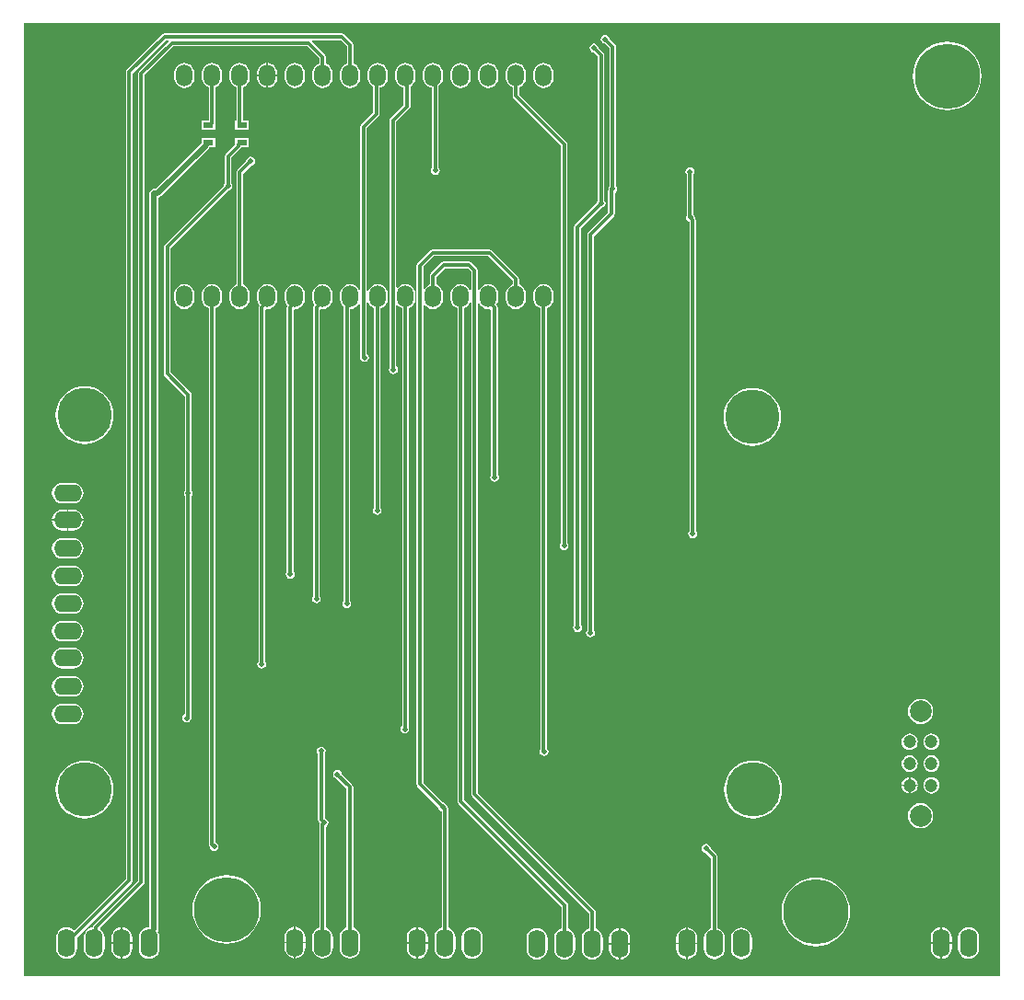
<source format=gbl>
G04*
G04 #@! TF.GenerationSoftware,Altium Limited,Altium Designer,21.0.9 (235)*
G04*
G04 Layer_Physical_Order=2*
G04 Layer_Color=16711680*
%FSLAX44Y44*%
%MOMM*%
G71*
G04*
G04 #@! TF.SameCoordinates,736B1018-3895-43CE-9238-027F92C9441B*
G04*
G04*
G04 #@! TF.FilePolarity,Positive*
G04*
G01*
G75*
%ADD10C,0.3000*%
%ADD16R,0.9500X0.6000*%
%ADD45C,6.0000*%
%ADD46C,0.5000*%
%ADD47O,1.5000X2.0000*%
%ADD48O,2.6000X1.6000*%
%ADD49C,1.2000*%
%ADD50C,2.0000*%
%ADD51O,1.6000X2.6000*%
%ADD52C,0.5000*%
%ADD53C,5.0000*%
G36*
X898441Y878441D02*
X898441Y1558D01*
X1558Y1558D01*
X1558Y878441D01*
X898441Y878441D01*
D02*
G37*
%LPC*%
G36*
X225550Y842129D02*
Y831400D01*
X233878D01*
Y833150D01*
X233568Y835499D01*
X232661Y837689D01*
X231219Y839569D01*
X229339Y841012D01*
X227150Y841918D01*
X225550Y842129D01*
D02*
G37*
G36*
X224050Y842129D02*
X222451Y841918D01*
X220261Y841012D01*
X218381Y839569D01*
X216939Y837689D01*
X216032Y835499D01*
X215722Y833150D01*
Y831400D01*
X224050D01*
Y842129D01*
D02*
G37*
G36*
X233878Y829900D02*
X225550D01*
Y819171D01*
X227150Y819382D01*
X229339Y820288D01*
X231219Y821731D01*
X232661Y823611D01*
X233568Y825800D01*
X233878Y828150D01*
Y829900D01*
D02*
G37*
G36*
X224050D02*
X215722D01*
Y828150D01*
X216032Y825800D01*
X216939Y823611D01*
X218381Y821731D01*
X220261Y820288D01*
X222451Y819382D01*
X224050Y819171D01*
Y829900D01*
D02*
G37*
G36*
X478800Y842228D02*
X476451Y841918D01*
X474261Y841012D01*
X472381Y839569D01*
X470939Y837689D01*
X470032Y835499D01*
X469722Y833150D01*
Y828150D01*
X470032Y825800D01*
X470939Y823611D01*
X472381Y821731D01*
X474261Y820288D01*
X476451Y819382D01*
X478800Y819072D01*
X481149Y819382D01*
X483339Y820288D01*
X485219Y821731D01*
X486661Y823611D01*
X487568Y825800D01*
X487878Y828150D01*
Y833150D01*
X487568Y835499D01*
X486661Y837689D01*
X485219Y839569D01*
X483339Y841012D01*
X481149Y841918D01*
X478800Y842228D01*
D02*
G37*
G36*
X428000D02*
X425650Y841918D01*
X423461Y841012D01*
X421581Y839569D01*
X420139Y837689D01*
X419232Y835499D01*
X418922Y833150D01*
Y828150D01*
X419232Y825800D01*
X420139Y823611D01*
X421581Y821731D01*
X423461Y820288D01*
X425650Y819382D01*
X428000Y819072D01*
X430350Y819382D01*
X432539Y820288D01*
X434419Y821731D01*
X435862Y823611D01*
X436768Y825800D01*
X437078Y828150D01*
Y833150D01*
X436768Y835499D01*
X435862Y837689D01*
X434419Y839569D01*
X432539Y841012D01*
X430350Y841918D01*
X428000Y842228D01*
D02*
G37*
G36*
X402600D02*
X400251Y841918D01*
X398061Y841012D01*
X396181Y839569D01*
X394739Y837689D01*
X393832Y835499D01*
X393522Y833150D01*
Y828150D01*
X393832Y825800D01*
X394739Y823611D01*
X396181Y821731D01*
X398061Y820288D01*
X400251Y819382D01*
X402600Y819072D01*
X404949Y819382D01*
X407139Y820288D01*
X409019Y821731D01*
X410462Y823611D01*
X411368Y825800D01*
X411678Y828150D01*
Y833150D01*
X411368Y835499D01*
X410462Y837689D01*
X409019Y839569D01*
X407139Y841012D01*
X404949Y841918D01*
X402600Y842228D01*
D02*
G37*
G36*
X293624Y869199D02*
X293624Y869199D01*
X130302D01*
X129131Y868966D01*
X128139Y868303D01*
X128139Y868303D01*
X95881Y836045D01*
X95218Y835052D01*
X94985Y833882D01*
X94985Y833882D01*
Y90959D01*
X47760Y43734D01*
X47127Y43776D01*
X45143Y45298D01*
X42832Y46255D01*
X40352Y46582D01*
X37872Y46255D01*
X35561Y45298D01*
X33577Y43776D01*
X32054Y41791D01*
X31097Y39480D01*
X30770Y37000D01*
Y27000D01*
X31097Y24520D01*
X32054Y22209D01*
X33577Y20224D01*
X35561Y18702D01*
X37872Y17744D01*
X40352Y17418D01*
X42832Y17744D01*
X45143Y18702D01*
X47127Y20224D01*
X48650Y22209D01*
X49608Y24520D01*
X49934Y27000D01*
Y37000D01*
X49900Y37256D01*
X50002Y37325D01*
X100207Y87529D01*
X100870Y88521D01*
X101103Y89692D01*
Y832615D01*
X131569Y863081D01*
X133821D01*
X134347Y861811D01*
X106803Y834267D01*
X106140Y833275D01*
X105907Y832104D01*
X105907Y832104D01*
Y89599D01*
X65369Y49061D01*
X64706Y48068D01*
X64473Y46898D01*
X63473Y46282D01*
X63272Y46255D01*
X60961Y45298D01*
X58977Y43776D01*
X57454Y41791D01*
X56497Y39480D01*
X56170Y37000D01*
Y27000D01*
X56497Y24520D01*
X57454Y22209D01*
X58977Y20224D01*
X60961Y18702D01*
X63272Y17744D01*
X65752Y17418D01*
X68232Y17744D01*
X70543Y18702D01*
X72527Y20224D01*
X74050Y22209D01*
X75008Y24520D01*
X75334Y27000D01*
Y37000D01*
X75008Y39480D01*
X74050Y41791D01*
X72527Y43776D01*
X71353Y44677D01*
X71258Y46298D01*
X111129Y86169D01*
X111129Y86169D01*
X111792Y87162D01*
X112025Y88332D01*
X112025Y88332D01*
Y830837D01*
X138427Y857239D01*
X261887D01*
X272541Y846585D01*
Y841625D01*
X271061Y841012D01*
X269181Y839569D01*
X267739Y837689D01*
X266832Y835499D01*
X266522Y833150D01*
Y828150D01*
X266832Y825800D01*
X267739Y823611D01*
X269181Y821731D01*
X271061Y820288D01*
X273251Y819382D01*
X275600Y819072D01*
X277950Y819382D01*
X280139Y820288D01*
X282019Y821731D01*
X283461Y823611D01*
X284368Y825800D01*
X284678Y828150D01*
Y833150D01*
X284368Y835499D01*
X283461Y837689D01*
X282019Y839569D01*
X280139Y841012D01*
X278659Y841625D01*
Y847852D01*
X278659Y847852D01*
X278426Y849023D01*
X277763Y850015D01*
X277763Y850015D01*
X265966Y861811D01*
X266493Y863081D01*
X292357D01*
X297941Y857497D01*
Y841625D01*
X296461Y841012D01*
X294581Y839569D01*
X293139Y837689D01*
X292232Y835499D01*
X291922Y833150D01*
Y828150D01*
X292232Y825800D01*
X293139Y823611D01*
X294581Y821731D01*
X296461Y820288D01*
X298650Y819382D01*
X301000Y819072D01*
X303349Y819382D01*
X305539Y820288D01*
X307419Y821731D01*
X308862Y823611D01*
X309768Y825800D01*
X310078Y828150D01*
Y833150D01*
X309768Y835499D01*
X308862Y837689D01*
X307419Y839569D01*
X305539Y841012D01*
X304059Y841625D01*
Y858764D01*
X303826Y859934D01*
X303163Y860927D01*
X295787Y868303D01*
X294795Y868966D01*
X293624Y869199D01*
D02*
G37*
G36*
X250200Y842228D02*
X247850Y841918D01*
X245661Y841012D01*
X243781Y839569D01*
X242339Y837689D01*
X241432Y835499D01*
X241122Y833150D01*
Y828150D01*
X241432Y825800D01*
X242339Y823611D01*
X243781Y821731D01*
X245661Y820288D01*
X247850Y819382D01*
X250200Y819072D01*
X252549Y819382D01*
X254739Y820288D01*
X256619Y821731D01*
X258062Y823611D01*
X258968Y825800D01*
X259278Y828150D01*
Y833150D01*
X258968Y835499D01*
X258062Y837689D01*
X256619Y839569D01*
X254739Y841012D01*
X252549Y841918D01*
X250200Y842228D01*
D02*
G37*
G36*
X148600D02*
X146250Y841918D01*
X144061Y841012D01*
X142181Y839569D01*
X140739Y837689D01*
X139832Y835499D01*
X139522Y833150D01*
Y828150D01*
X139832Y825800D01*
X140739Y823611D01*
X142181Y821731D01*
X144061Y820288D01*
X146250Y819382D01*
X148600Y819072D01*
X150949Y819382D01*
X153139Y820288D01*
X155019Y821731D01*
X156461Y823611D01*
X157368Y825800D01*
X157678Y828150D01*
Y833150D01*
X157368Y835499D01*
X156461Y837689D01*
X155019Y839569D01*
X153139Y841012D01*
X150949Y841918D01*
X148600Y842228D01*
D02*
G37*
G36*
X850000Y861597D02*
X845057Y861208D01*
X840236Y860051D01*
X835655Y858154D01*
X831428Y855563D01*
X827657Y852343D01*
X824437Y848572D01*
X821846Y844345D01*
X819949Y839764D01*
X818792Y834943D01*
X818403Y830000D01*
X818792Y825057D01*
X819949Y820236D01*
X821846Y815655D01*
X824437Y811428D01*
X827657Y807657D01*
X831428Y804437D01*
X835655Y801846D01*
X840236Y799949D01*
X845057Y798792D01*
X850000Y798403D01*
X854943Y798792D01*
X859764Y799949D01*
X864345Y801846D01*
X868572Y804437D01*
X872343Y807657D01*
X875563Y811428D01*
X878154Y815655D01*
X880051Y820236D01*
X881208Y825057D01*
X881597Y830000D01*
X881208Y834943D01*
X880051Y839764D01*
X878154Y844345D01*
X875563Y848572D01*
X872343Y852343D01*
X868572Y855563D01*
X864345Y858154D01*
X859764Y860051D01*
X854943Y861208D01*
X850000Y861597D01*
D02*
G37*
G36*
X199400Y842228D02*
X197050Y841918D01*
X194861Y841012D01*
X192981Y839569D01*
X191539Y837689D01*
X190632Y835499D01*
X190322Y833150D01*
Y828150D01*
X190632Y825800D01*
X191539Y823611D01*
X192981Y821731D01*
X194861Y820288D01*
X196341Y819676D01*
Y789232D01*
X195257D01*
Y780232D01*
X207757D01*
Y789232D01*
X202459D01*
Y819676D01*
X203939Y820288D01*
X205819Y821731D01*
X207262Y823611D01*
X208168Y825800D01*
X208478Y828150D01*
Y833150D01*
X208168Y835499D01*
X207262Y837689D01*
X205819Y839569D01*
X203939Y841012D01*
X201749Y841918D01*
X199400Y842228D01*
D02*
G37*
G36*
X174000D02*
X171651Y841918D01*
X169461Y841012D01*
X167581Y839569D01*
X166139Y837689D01*
X165232Y835499D01*
X164922Y833150D01*
Y828150D01*
X165232Y825800D01*
X166139Y823611D01*
X167581Y821731D01*
X169461Y820288D01*
X170941Y819676D01*
Y789232D01*
X164438D01*
Y780232D01*
X176938D01*
Y785937D01*
X176997Y786232D01*
Y787732D01*
X177059Y788044D01*
Y819676D01*
X178539Y820288D01*
X180419Y821731D01*
X181861Y823611D01*
X182768Y825800D01*
X183078Y828150D01*
Y833150D01*
X182768Y835499D01*
X181861Y837689D01*
X180419Y839569D01*
X178539Y841012D01*
X176350Y841918D01*
X174000Y842228D01*
D02*
G37*
G36*
X377200D02*
X374851Y841918D01*
X372661Y841012D01*
X370781Y839569D01*
X369339Y837689D01*
X368432Y835499D01*
X368122Y833150D01*
Y828150D01*
X368432Y825800D01*
X369339Y823611D01*
X370781Y821731D01*
X372661Y820288D01*
X374851Y819382D01*
X376417Y819175D01*
Y745572D01*
X375708Y744511D01*
X375398Y742950D01*
X375708Y741389D01*
X376592Y740066D01*
X377915Y739182D01*
X379476Y738872D01*
X381037Y739182D01*
X382360Y740066D01*
X383244Y741389D01*
X383554Y742950D01*
X383244Y744511D01*
X382535Y745572D01*
Y820899D01*
X383619Y821731D01*
X385061Y823611D01*
X385968Y825800D01*
X386278Y828150D01*
Y833150D01*
X385968Y835499D01*
X385061Y837689D01*
X383619Y839569D01*
X381739Y841012D01*
X379549Y841918D01*
X377200Y842228D01*
D02*
G37*
G36*
X326400D02*
X324050Y841918D01*
X321861Y841012D01*
X319981Y839569D01*
X318539Y837689D01*
X317632Y835499D01*
X317322Y833150D01*
Y828150D01*
X317632Y825800D01*
X318539Y823611D01*
X319981Y821731D01*
X321861Y820288D01*
X322061Y820206D01*
Y796287D01*
X311273Y785499D01*
X310610Y784507D01*
X310377Y783336D01*
X310377Y783336D01*
Y633848D01*
X309107Y633596D01*
X308862Y634189D01*
X307419Y636069D01*
X305539Y637511D01*
X303349Y638418D01*
X301000Y638728D01*
X298650Y638418D01*
X296461Y637511D01*
X294581Y636069D01*
X293139Y634189D01*
X292232Y632000D01*
X291922Y629650D01*
Y624650D01*
X292232Y622300D01*
X293139Y620111D01*
X294581Y618231D01*
X295074Y617853D01*
X294883Y616893D01*
X294883Y616893D01*
Y346792D01*
X294174Y345731D01*
X293864Y344170D01*
X294174Y342609D01*
X295058Y341286D01*
X296381Y340402D01*
X297942Y340092D01*
X299503Y340402D01*
X300826Y341286D01*
X301710Y342609D01*
X302020Y344170D01*
X301710Y345731D01*
X301001Y346792D01*
Y615573D01*
X303349Y615882D01*
X305539Y616788D01*
X307419Y618231D01*
X308862Y620111D01*
X309107Y620704D01*
X310377Y620452D01*
Y572452D01*
X310092Y571019D01*
X310403Y569459D01*
X311287Y568135D01*
X312610Y567252D01*
X314171Y566941D01*
X315731Y567252D01*
X317055Y568135D01*
X317938Y569459D01*
X318249Y571019D01*
X317938Y572580D01*
X317055Y573903D01*
X316495Y574277D01*
Y621727D01*
X317765Y621979D01*
X318539Y620111D01*
X319981Y618231D01*
X321861Y616788D01*
X322823Y616390D01*
Y432898D01*
X322114Y431837D01*
X321804Y430276D01*
X322114Y428715D01*
X322998Y427392D01*
X324321Y426508D01*
X325882Y426198D01*
X327443Y426508D01*
X328766Y427392D01*
X329650Y428715D01*
X329960Y430276D01*
X329650Y431837D01*
X328941Y432898D01*
Y615961D01*
X330939Y616788D01*
X332819Y618231D01*
X334262Y620111D01*
X335168Y622300D01*
X335478Y624650D01*
Y629650D01*
X335168Y632000D01*
X334262Y634189D01*
X332819Y636069D01*
X330939Y637511D01*
X328750Y638418D01*
X326400Y638728D01*
X324050Y638418D01*
X321861Y637511D01*
X319981Y636069D01*
X318539Y634189D01*
X317765Y632321D01*
X316495Y632573D01*
Y782069D01*
X327283Y792857D01*
X327283Y792857D01*
X327946Y793849D01*
X328179Y795020D01*
Y819306D01*
X328750Y819382D01*
X330939Y820288D01*
X332819Y821731D01*
X334262Y823611D01*
X335168Y825800D01*
X335478Y828150D01*
Y833150D01*
X335168Y835499D01*
X334262Y837689D01*
X332819Y839569D01*
X330939Y841012D01*
X328750Y841918D01*
X326400Y842228D01*
D02*
G37*
G36*
X429260Y670317D02*
X429260Y670317D01*
X376936D01*
X375765Y670084D01*
X374773Y669421D01*
X374773Y669421D01*
X363089Y657737D01*
X362426Y656745D01*
X362193Y655574D01*
X362193Y655574D01*
Y178308D01*
X362193Y178308D01*
X362426Y177138D01*
X363089Y176145D01*
X382317Y156917D01*
X382566Y155665D01*
X383450Y154342D01*
X384773Y153458D01*
X385191Y153375D01*
Y46266D01*
X383459Y45548D01*
X381474Y44026D01*
X379952Y42041D01*
X378994Y39730D01*
X378668Y37250D01*
Y27250D01*
X378994Y24770D01*
X379952Y22459D01*
X381474Y20475D01*
X383459Y18952D01*
X385770Y17995D01*
X388250Y17668D01*
X390730Y17995D01*
X393041Y18952D01*
X395025Y20475D01*
X396548Y22459D01*
X397505Y24770D01*
X397832Y27250D01*
Y37250D01*
X397505Y39730D01*
X396548Y42041D01*
X395025Y44026D01*
X393041Y45548D01*
X391309Y46266D01*
Y155584D01*
X391076Y156755D01*
X390413Y157747D01*
X390293Y157827D01*
X390102Y158787D01*
X389218Y160110D01*
X387895Y160994D01*
X386643Y161243D01*
X368311Y179575D01*
Y619413D01*
X369581Y619795D01*
X370781Y618231D01*
X372661Y616788D01*
X374851Y615882D01*
X377200Y615572D01*
X379549Y615882D01*
X381739Y616788D01*
X383619Y618231D01*
X385061Y620111D01*
X385968Y622300D01*
X386278Y624650D01*
Y629650D01*
X385968Y632000D01*
X385061Y634189D01*
X383619Y636069D01*
X381739Y637511D01*
X380259Y638125D01*
Y644919D01*
X388363Y653023D01*
X409197D01*
X412231Y649989D01*
Y633235D01*
X410961Y632982D01*
X410462Y634189D01*
X409019Y636069D01*
X407139Y637511D01*
X404949Y638418D01*
X402600Y638728D01*
X400251Y638418D01*
X398061Y637511D01*
X396181Y636069D01*
X394739Y634189D01*
X393832Y632000D01*
X393522Y629650D01*
Y624650D01*
X393832Y622300D01*
X394739Y620111D01*
X396181Y618231D01*
X398061Y616788D01*
X399541Y616175D01*
Y162550D01*
X399541Y162550D01*
X399774Y161380D01*
X400437Y160387D01*
X495291Y65533D01*
Y45516D01*
X493559Y44798D01*
X491575Y43275D01*
X490052Y41291D01*
X489095Y38980D01*
X488768Y36500D01*
Y26500D01*
X489095Y24020D01*
X490052Y21709D01*
X491575Y19725D01*
X493559Y18202D01*
X495870Y17244D01*
X498350Y16918D01*
X500830Y17244D01*
X503141Y18202D01*
X505125Y19725D01*
X506648Y21709D01*
X507605Y24020D01*
X507932Y26500D01*
Y36500D01*
X507605Y38980D01*
X506648Y41291D01*
X505125Y43275D01*
X503141Y44798D01*
X501409Y45516D01*
Y66800D01*
X501176Y67971D01*
X500513Y68963D01*
X500513Y68963D01*
X405659Y163817D01*
Y616175D01*
X407139Y616788D01*
X409019Y618231D01*
X410462Y620111D01*
X410961Y621318D01*
X412231Y621065D01*
Y169194D01*
X412231Y169194D01*
X412464Y168023D01*
X413127Y167031D01*
X520691Y59467D01*
Y45516D01*
X518959Y44798D01*
X516974Y43275D01*
X515452Y41291D01*
X514495Y38980D01*
X514168Y36500D01*
Y26500D01*
X514495Y24020D01*
X515452Y21709D01*
X516974Y19725D01*
X518959Y18202D01*
X521270Y17244D01*
X523750Y16918D01*
X526230Y17244D01*
X528541Y18202D01*
X530525Y19725D01*
X532048Y21709D01*
X533005Y24020D01*
X533332Y26500D01*
Y36500D01*
X533005Y38980D01*
X532048Y41291D01*
X530525Y43275D01*
X528541Y44798D01*
X526809Y45516D01*
Y60734D01*
X526576Y61905D01*
X525913Y62897D01*
X525913Y62897D01*
X418349Y170461D01*
Y621113D01*
X419619Y621366D01*
X420139Y620111D01*
X421581Y618231D01*
X423461Y616788D01*
X425650Y615882D01*
X428000Y615572D01*
X429567Y615779D01*
X430741Y614799D01*
X430773Y614708D01*
Y463124D01*
X430064Y462063D01*
X429754Y460502D01*
X430064Y458941D01*
X430948Y457618D01*
X432271Y456734D01*
X433832Y456424D01*
X435393Y456734D01*
X436716Y457618D01*
X437600Y458941D01*
X437910Y460502D01*
X437600Y462063D01*
X436891Y463124D01*
Y616893D01*
X436891Y616893D01*
X436658Y618063D01*
X435995Y619055D01*
X435461Y619589D01*
X435862Y620111D01*
X436768Y622300D01*
X437078Y624650D01*
Y629650D01*
X436768Y632000D01*
X435862Y634189D01*
X434419Y636069D01*
X432539Y637511D01*
X430350Y638418D01*
X428000Y638728D01*
X425650Y638418D01*
X423461Y637511D01*
X421581Y636069D01*
X420139Y634189D01*
X419619Y632934D01*
X418349Y633187D01*
Y651256D01*
X418349Y651256D01*
X418116Y652427D01*
X417453Y653419D01*
X417453Y653419D01*
X412627Y658245D01*
X411634Y658908D01*
X410464Y659141D01*
X410464Y659141D01*
X387096D01*
X385925Y658908D01*
X384933Y658245D01*
X375037Y648349D01*
X374374Y647356D01*
X374141Y646186D01*
X374141Y646186D01*
Y638125D01*
X372661Y637511D01*
X370781Y636069D01*
X369581Y634505D01*
X368311Y634887D01*
Y654307D01*
X378203Y664199D01*
X427993D01*
X450341Y641851D01*
Y638125D01*
X448861Y637511D01*
X446981Y636069D01*
X445539Y634189D01*
X444632Y632000D01*
X444322Y629650D01*
Y624650D01*
X444632Y622300D01*
X445539Y620111D01*
X446981Y618231D01*
X448861Y616788D01*
X451050Y615882D01*
X453400Y615572D01*
X455750Y615882D01*
X457939Y616788D01*
X459819Y618231D01*
X461261Y620111D01*
X462168Y622300D01*
X462478Y624650D01*
Y629650D01*
X462168Y632000D01*
X461261Y634189D01*
X459819Y636069D01*
X457939Y637511D01*
X456459Y638125D01*
Y643118D01*
X456226Y644288D01*
X455563Y645281D01*
X431423Y669421D01*
X430430Y670084D01*
X429260Y670317D01*
D02*
G37*
G36*
X275600Y638728D02*
X273251Y638418D01*
X271061Y637511D01*
X269181Y636069D01*
X267739Y634189D01*
X266832Y632000D01*
X266522Y629650D01*
Y624650D01*
X266832Y622300D01*
X267739Y620111D01*
X268241Y619457D01*
X267839Y619055D01*
X267176Y618063D01*
X266943Y616893D01*
X266943Y616893D01*
Y351618D01*
X266234Y350557D01*
X265924Y348996D01*
X266234Y347435D01*
X267118Y346112D01*
X268441Y345228D01*
X270002Y344918D01*
X271563Y345228D01*
X272886Y346112D01*
X273770Y347435D01*
X274080Y348996D01*
X273770Y350557D01*
X273061Y351618D01*
Y614663D01*
X274281Y615746D01*
X275600Y615572D01*
X277950Y615882D01*
X280139Y616788D01*
X282019Y618231D01*
X283461Y620111D01*
X284368Y622300D01*
X284678Y624650D01*
Y629650D01*
X284368Y632000D01*
X283461Y634189D01*
X282019Y636069D01*
X280139Y637511D01*
X277950Y638418D01*
X275600Y638728D01*
D02*
G37*
G36*
X250200D02*
X247850Y638418D01*
X245661Y637511D01*
X243781Y636069D01*
X242339Y634189D01*
X241432Y632000D01*
X241122Y629650D01*
Y624650D01*
X241432Y622300D01*
X242339Y620111D01*
X243383Y618750D01*
X243046Y618245D01*
X242813Y617075D01*
X242813Y617075D01*
Y373970D01*
X242104Y372909D01*
X241794Y371348D01*
X242104Y369787D01*
X242988Y368464D01*
X244311Y367580D01*
X245872Y367270D01*
X247433Y367580D01*
X248756Y368464D01*
X249640Y369787D01*
X249950Y371348D01*
X249640Y372909D01*
X248931Y373970D01*
Y614776D01*
X249886Y615614D01*
X250200Y615572D01*
X252549Y615882D01*
X254739Y616788D01*
X256619Y618231D01*
X258062Y620111D01*
X258968Y622300D01*
X259278Y624650D01*
Y629650D01*
X258968Y632000D01*
X258062Y634189D01*
X256619Y636069D01*
X254739Y637511D01*
X252549Y638418D01*
X250200Y638728D01*
D02*
G37*
G36*
X224800D02*
X222451Y638418D01*
X220261Y637511D01*
X218381Y636069D01*
X216939Y634189D01*
X216032Y632000D01*
X215722Y629650D01*
Y624650D01*
X216032Y622300D01*
X216939Y620111D01*
X217661Y619170D01*
X217547Y619055D01*
X216884Y618063D01*
X216651Y616893D01*
X216651Y616893D01*
Y291420D01*
X215942Y290359D01*
X215632Y288798D01*
X215942Y287237D01*
X216826Y285914D01*
X218149Y285030D01*
X219710Y284720D01*
X221271Y285030D01*
X222594Y285914D01*
X223478Y287237D01*
X223788Y288798D01*
X223478Y290359D01*
X222769Y291420D01*
Y614569D01*
X224018Y615675D01*
X224800Y615572D01*
X227150Y615882D01*
X229339Y616788D01*
X231219Y618231D01*
X232661Y620111D01*
X233568Y622300D01*
X233878Y624650D01*
Y629650D01*
X233568Y632000D01*
X232661Y634189D01*
X231219Y636069D01*
X229339Y637511D01*
X227150Y638418D01*
X224800Y638728D01*
D02*
G37*
G36*
X209550Y755664D02*
X207989Y755354D01*
X206666Y754470D01*
X205782Y753147D01*
X205533Y751895D01*
X197237Y743599D01*
X196574Y742607D01*
X196341Y741436D01*
X196341Y741436D01*
Y638125D01*
X194861Y637511D01*
X192981Y636069D01*
X191539Y634189D01*
X190632Y632000D01*
X190322Y629650D01*
Y624650D01*
X190632Y622300D01*
X191539Y620111D01*
X192981Y618231D01*
X194861Y616788D01*
X197050Y615882D01*
X199400Y615572D01*
X201749Y615882D01*
X203939Y616788D01*
X205819Y618231D01*
X207262Y620111D01*
X208168Y622300D01*
X208478Y624650D01*
Y629650D01*
X208168Y632000D01*
X207262Y634189D01*
X205819Y636069D01*
X203939Y637511D01*
X202459Y638125D01*
Y740169D01*
X209859Y747569D01*
X211111Y747818D01*
X212434Y748702D01*
X213318Y750025D01*
X213628Y751586D01*
X213318Y753147D01*
X212434Y754470D01*
X211111Y755354D01*
X209550Y755664D01*
D02*
G37*
G36*
X148600Y638728D02*
X146250Y638418D01*
X144061Y637511D01*
X142181Y636069D01*
X140739Y634189D01*
X139832Y632000D01*
X139522Y629650D01*
Y624650D01*
X139832Y622300D01*
X140739Y620111D01*
X142181Y618231D01*
X144061Y616788D01*
X146250Y615882D01*
X148600Y615572D01*
X150949Y615882D01*
X153139Y616788D01*
X155019Y618231D01*
X156461Y620111D01*
X157368Y622300D01*
X157678Y624650D01*
Y629650D01*
X157368Y632000D01*
X156461Y634189D01*
X155019Y636069D01*
X153139Y637511D01*
X150949Y638418D01*
X148600Y638728D01*
D02*
G37*
G36*
X56902Y544460D02*
X52744Y544133D01*
X48688Y543159D01*
X44834Y541563D01*
X41277Y539383D01*
X38106Y536674D01*
X35397Y533503D01*
X33217Y529946D01*
X31621Y526092D01*
X30647Y522036D01*
X30320Y517878D01*
X30647Y513720D01*
X31621Y509664D01*
X33217Y505810D01*
X35397Y502253D01*
X38106Y499082D01*
X41277Y496373D01*
X44834Y494193D01*
X48688Y492597D01*
X52744Y491623D01*
X56902Y491296D01*
X61060Y491623D01*
X65116Y492597D01*
X68970Y494193D01*
X72526Y496373D01*
X75698Y499082D01*
X78407Y502253D01*
X80587Y505810D01*
X82183Y509664D01*
X83157Y513720D01*
X83484Y517878D01*
X83157Y522036D01*
X82183Y526092D01*
X80587Y529946D01*
X78407Y533503D01*
X75698Y536674D01*
X72526Y539383D01*
X68970Y541563D01*
X65116Y543159D01*
X61060Y544133D01*
X56902Y544460D01*
D02*
G37*
G36*
X670902Y542860D02*
X666744Y542533D01*
X662688Y541559D01*
X658834Y539963D01*
X655277Y537783D01*
X652106Y535074D01*
X649397Y531903D01*
X647217Y528346D01*
X645621Y524492D01*
X644647Y520436D01*
X644320Y516278D01*
X644647Y512120D01*
X645621Y508064D01*
X647217Y504210D01*
X649397Y500653D01*
X652106Y497482D01*
X655277Y494773D01*
X658834Y492593D01*
X662688Y490997D01*
X666744Y490023D01*
X670902Y489696D01*
X675060Y490023D01*
X679116Y490997D01*
X682970Y492593D01*
X686526Y494773D01*
X689698Y497482D01*
X692407Y500653D01*
X694587Y504210D01*
X696183Y508064D01*
X697157Y512120D01*
X697484Y516278D01*
X697157Y520436D01*
X696183Y524492D01*
X694587Y528346D01*
X692407Y531903D01*
X689698Y535074D01*
X686526Y537783D01*
X682970Y539963D01*
X679116Y541559D01*
X675060Y542533D01*
X670902Y542860D01*
D02*
G37*
G36*
X46402Y455860D02*
X36402D01*
X33922Y455533D01*
X31611Y454576D01*
X29627Y453053D01*
X28104Y451069D01*
X27146Y448758D01*
X26820Y446278D01*
X27146Y443798D01*
X28104Y441487D01*
X29627Y439502D01*
X31611Y437980D01*
X33922Y437023D01*
X36402Y436696D01*
X46402D01*
X48882Y437023D01*
X51193Y437980D01*
X53177Y439502D01*
X54700Y441487D01*
X55658Y443798D01*
X55984Y446278D01*
X55658Y448758D01*
X54700Y451069D01*
X53177Y453053D01*
X51193Y454576D01*
X48882Y455533D01*
X46402Y455860D01*
D02*
G37*
G36*
Y430860D02*
X42152D01*
Y422028D01*
X55885D01*
X55658Y423758D01*
X54700Y426069D01*
X53177Y428053D01*
X51193Y429576D01*
X48882Y430533D01*
X46402Y430860D01*
D02*
G37*
G36*
X40652D02*
X36402D01*
X33922Y430533D01*
X31611Y429576D01*
X29627Y428053D01*
X28104Y426069D01*
X27146Y423758D01*
X26919Y422028D01*
X40652D01*
Y430860D01*
D02*
G37*
G36*
X55885Y420528D02*
X42152D01*
Y411696D01*
X46402D01*
X48882Y412023D01*
X51193Y412980D01*
X53177Y414502D01*
X54700Y416487D01*
X55658Y418798D01*
X55885Y420528D01*
D02*
G37*
G36*
X40652D02*
X26919D01*
X27146Y418798D01*
X28104Y416487D01*
X29627Y414502D01*
X31611Y412980D01*
X33922Y412023D01*
X36402Y411696D01*
X40652D01*
Y420528D01*
D02*
G37*
G36*
X613410Y746012D02*
X611849Y745702D01*
X610526Y744818D01*
X609642Y743495D01*
X609332Y741934D01*
X609642Y740373D01*
X610351Y739312D01*
Y701692D01*
X610360Y701646D01*
X610150Y701331D01*
X609840Y699770D01*
X610150Y698209D01*
X611034Y696886D01*
X612357Y696002D01*
X612891Y695896D01*
Y411308D01*
X612182Y410247D01*
X611872Y408686D01*
X612182Y407125D01*
X613066Y405802D01*
X614389Y404918D01*
X615950Y404608D01*
X617511Y404918D01*
X618834Y405802D01*
X619718Y407125D01*
X620028Y408686D01*
X619718Y410247D01*
X619009Y411308D01*
Y697197D01*
X618776Y698367D01*
X618113Y699360D01*
X617948Y699525D01*
X617996Y699770D01*
X617686Y701331D01*
X616802Y702654D01*
X616469Y702876D01*
Y739312D01*
X617178Y740373D01*
X617488Y741934D01*
X617178Y743495D01*
X616294Y744818D01*
X614971Y745702D01*
X613410Y746012D01*
D02*
G37*
G36*
X453400Y842228D02*
X451050Y841918D01*
X448861Y841012D01*
X446981Y839569D01*
X445539Y837689D01*
X444632Y835499D01*
X444322Y833150D01*
Y828150D01*
X444632Y825800D01*
X445539Y823611D01*
X446981Y821731D01*
X448861Y820288D01*
X450341Y819676D01*
Y811774D01*
X450341Y811774D01*
X450574Y810603D01*
X451237Y809611D01*
X494781Y766067D01*
Y400386D01*
X494072Y399325D01*
X493762Y397764D01*
X494072Y396203D01*
X494956Y394880D01*
X496279Y393996D01*
X497840Y393686D01*
X499401Y393996D01*
X500724Y394880D01*
X501608Y396203D01*
X501918Y397764D01*
X501608Y399325D01*
X500899Y400386D01*
Y767334D01*
X500899Y767334D01*
X500666Y768504D01*
X500003Y769497D01*
X500003Y769497D01*
X456459Y813041D01*
Y819676D01*
X457939Y820288D01*
X459819Y821731D01*
X461261Y823611D01*
X462168Y825800D01*
X462478Y828150D01*
Y833150D01*
X462168Y835499D01*
X461261Y837689D01*
X459819Y839569D01*
X457939Y841012D01*
X455750Y841918D01*
X453400Y842228D01*
D02*
G37*
G36*
X46402Y405060D02*
X36402D01*
X33922Y404734D01*
X31611Y403776D01*
X29627Y402253D01*
X28104Y400269D01*
X27146Y397958D01*
X26820Y395478D01*
X27146Y392998D01*
X28104Y390687D01*
X29627Y388703D01*
X31611Y387180D01*
X33922Y386222D01*
X36402Y385896D01*
X46402D01*
X48882Y386222D01*
X51193Y387180D01*
X53177Y388703D01*
X54700Y390687D01*
X55658Y392998D01*
X55984Y395478D01*
X55658Y397958D01*
X54700Y400269D01*
X53177Y402253D01*
X51193Y403776D01*
X48882Y404734D01*
X46402Y405060D01*
D02*
G37*
G36*
Y379660D02*
X36402D01*
X33922Y379333D01*
X31611Y378376D01*
X29627Y376853D01*
X28104Y374869D01*
X27146Y372558D01*
X26820Y370078D01*
X27146Y367598D01*
X28104Y365287D01*
X29627Y363303D01*
X31611Y361780D01*
X33922Y360822D01*
X36402Y360496D01*
X46402D01*
X48882Y360822D01*
X51193Y361780D01*
X53177Y363303D01*
X54700Y365287D01*
X55658Y367598D01*
X55984Y370078D01*
X55658Y372558D01*
X54700Y374869D01*
X53177Y376853D01*
X51193Y378376D01*
X48882Y379333D01*
X46402Y379660D01*
D02*
G37*
G36*
Y354260D02*
X36402D01*
X33922Y353933D01*
X31611Y352976D01*
X29627Y351453D01*
X28104Y349469D01*
X27146Y347158D01*
X26820Y344678D01*
X27146Y342198D01*
X28104Y339887D01*
X29627Y337903D01*
X31611Y336380D01*
X33922Y335423D01*
X36402Y335096D01*
X46402D01*
X48882Y335423D01*
X51193Y336380D01*
X53177Y337903D01*
X54700Y339887D01*
X55658Y342198D01*
X55984Y344678D01*
X55658Y347158D01*
X54700Y349469D01*
X53177Y351453D01*
X51193Y352976D01*
X48882Y353933D01*
X46402Y354260D01*
D02*
G37*
G36*
X525258Y859828D02*
X523698Y859518D01*
X522375Y858634D01*
X521491Y857311D01*
X521180Y855750D01*
X521491Y854189D01*
X522375Y852866D01*
X523698Y851982D01*
X524950Y851733D01*
X528759Y847924D01*
Y715600D01*
X528050Y714539D01*
X527801Y713287D01*
X507869Y693355D01*
X507206Y692363D01*
X506973Y691192D01*
X506973Y691192D01*
Y324948D01*
X506264Y323887D01*
X505954Y322326D01*
X506264Y320765D01*
X507148Y319442D01*
X508471Y318558D01*
X510032Y318248D01*
X511593Y318558D01*
X512916Y319442D01*
X513800Y320765D01*
X514110Y322326D01*
X513800Y323887D01*
X513091Y324948D01*
Y689925D01*
X532127Y708961D01*
X533379Y709210D01*
X534702Y710094D01*
X535586Y711417D01*
X535896Y712978D01*
X535586Y714539D01*
X534877Y715600D01*
Y849191D01*
X534877Y849191D01*
X534644Y850361D01*
X533981Y851354D01*
X533981Y851354D01*
X529275Y856059D01*
X529026Y857311D01*
X528142Y858634D01*
X526819Y859518D01*
X525258Y859828D01*
D02*
G37*
G36*
X535432Y867932D02*
X533871Y867622D01*
X532548Y866738D01*
X531664Y865415D01*
X531354Y863854D01*
X531664Y862293D01*
X532548Y860970D01*
X533871Y860086D01*
X535123Y859837D01*
X539481Y855480D01*
Y728726D01*
X538771Y727665D01*
X538461Y726104D01*
X538555Y725629D01*
X538448Y725468D01*
X538215Y724298D01*
X538215Y724297D01*
Y704593D01*
X519807Y686185D01*
X519144Y685192D01*
X518911Y684022D01*
X518911Y684022D01*
Y320122D01*
X518202Y319061D01*
X517892Y317500D01*
X518202Y315939D01*
X519086Y314616D01*
X520409Y313732D01*
X521970Y313422D01*
X523531Y313732D01*
X524854Y314616D01*
X525738Y315939D01*
X526048Y317500D01*
X525738Y319061D01*
X525029Y320122D01*
Y682755D01*
X543437Y701163D01*
X543437Y701163D01*
X544100Y702156D01*
X544333Y703326D01*
Y722492D01*
X545423Y723220D01*
X546307Y724543D01*
X546618Y726104D01*
X546307Y727665D01*
X545598Y728726D01*
Y856747D01*
X545598Y856747D01*
X545365Y857917D01*
X544702Y858910D01*
X544702Y858910D01*
X539449Y864163D01*
X539200Y865415D01*
X538316Y866738D01*
X536993Y867622D01*
X535432Y867932D01*
D02*
G37*
G36*
X46402Y328860D02*
X36402D01*
X33922Y328534D01*
X31611Y327576D01*
X29627Y326053D01*
X28104Y324069D01*
X27146Y321758D01*
X26820Y319278D01*
X27146Y316798D01*
X28104Y314487D01*
X29627Y312502D01*
X31611Y310980D01*
X33922Y310023D01*
X36402Y309696D01*
X46402D01*
X48882Y310023D01*
X51193Y310980D01*
X53177Y312502D01*
X54700Y314487D01*
X55658Y316798D01*
X55984Y319278D01*
X55658Y321758D01*
X54700Y324069D01*
X53177Y326053D01*
X51193Y327576D01*
X48882Y328534D01*
X46402Y328860D01*
D02*
G37*
G36*
Y303860D02*
X36402D01*
X33922Y303533D01*
X31611Y302576D01*
X29627Y301053D01*
X28104Y299069D01*
X27146Y296758D01*
X26820Y294278D01*
X27146Y291798D01*
X28104Y289487D01*
X29627Y287502D01*
X31611Y285980D01*
X33922Y285023D01*
X36402Y284696D01*
X46402D01*
X48882Y285023D01*
X51193Y285980D01*
X53177Y287502D01*
X54700Y289487D01*
X55658Y291798D01*
X55984Y294278D01*
X55658Y296758D01*
X54700Y299069D01*
X53177Y301053D01*
X51193Y302576D01*
X48882Y303533D01*
X46402Y303860D01*
D02*
G37*
G36*
Y278060D02*
X36402D01*
X33922Y277733D01*
X31611Y276776D01*
X29627Y275254D01*
X28104Y273269D01*
X27146Y270958D01*
X26820Y268478D01*
X27146Y265998D01*
X28104Y263687D01*
X29627Y261702D01*
X31611Y260180D01*
X33922Y259223D01*
X36402Y258896D01*
X46402D01*
X48882Y259223D01*
X51193Y260180D01*
X53177Y261702D01*
X54700Y263687D01*
X55658Y265998D01*
X55984Y268478D01*
X55658Y270958D01*
X54700Y273269D01*
X53177Y275254D01*
X51193Y276776D01*
X48882Y277733D01*
X46402Y278060D01*
D02*
G37*
G36*
X207757Y773232D02*
X195257D01*
Y767528D01*
X195198Y767232D01*
X195198Y767232D01*
Y766749D01*
X186559Y758110D01*
X185896Y757117D01*
X185663Y755947D01*
X185663Y755947D01*
Y731348D01*
X184954Y730287D01*
X184705Y729035D01*
X130679Y675009D01*
X130016Y674016D01*
X129783Y672846D01*
X129783Y672846D01*
Y556006D01*
X129783Y556006D01*
X130016Y554836D01*
X130679Y553843D01*
X149087Y535435D01*
Y448900D01*
X148378Y447839D01*
X148068Y446278D01*
X148378Y444717D01*
X149087Y443656D01*
Y242697D01*
X147992Y241965D01*
X147108Y240642D01*
X146798Y239081D01*
X147108Y237520D01*
X147992Y236197D01*
X149315Y235313D01*
X150876Y235003D01*
X152437Y235313D01*
X153760Y236197D01*
X154644Y237520D01*
X154954Y239081D01*
X154943Y239137D01*
X154972Y239181D01*
X155205Y240351D01*
X155205Y240351D01*
Y443656D01*
X155914Y444717D01*
X156224Y446278D01*
X155914Y447839D01*
X155205Y448900D01*
Y536702D01*
X154972Y537873D01*
X154309Y538865D01*
X154309Y538865D01*
X135901Y557273D01*
Y671579D01*
X189031Y724709D01*
X190283Y724958D01*
X191606Y725842D01*
X192490Y727165D01*
X192800Y728726D01*
X192490Y730287D01*
X191781Y731348D01*
Y754680D01*
X200420Y763319D01*
X200420Y763319D01*
X201030Y764232D01*
X207757D01*
Y773232D01*
D02*
G37*
G36*
X825500Y256849D02*
X822498Y256454D01*
X819700Y255295D01*
X817298Y253452D01*
X815455Y251050D01*
X814296Y248252D01*
X813901Y245250D01*
X814296Y242248D01*
X815455Y239450D01*
X817298Y237048D01*
X819700Y235205D01*
X822498Y234046D01*
X825500Y233651D01*
X828502Y234046D01*
X831300Y235205D01*
X833702Y237048D01*
X835545Y239450D01*
X836704Y242248D01*
X837099Y245250D01*
X836704Y248252D01*
X835545Y251050D01*
X833702Y253452D01*
X831300Y255295D01*
X828502Y256454D01*
X825500Y256849D01*
D02*
G37*
G36*
X46402Y252660D02*
X36402D01*
X33922Y252334D01*
X31611Y251376D01*
X29627Y249853D01*
X28104Y247869D01*
X27146Y245558D01*
X26820Y243078D01*
X27146Y240598D01*
X28104Y238287D01*
X29627Y236303D01*
X31611Y234780D01*
X33922Y233822D01*
X36402Y233496D01*
X46402D01*
X48882Y233822D01*
X51193Y234780D01*
X53177Y236303D01*
X54700Y238287D01*
X55658Y240598D01*
X55984Y243078D01*
X55658Y245558D01*
X54700Y247869D01*
X53177Y249853D01*
X51193Y251376D01*
X48882Y252334D01*
X46402Y252660D01*
D02*
G37*
G36*
X351800Y842228D02*
X349450Y841918D01*
X347261Y841012D01*
X345381Y839569D01*
X343939Y837689D01*
X343032Y835499D01*
X342722Y833150D01*
Y828150D01*
X343032Y825800D01*
X343939Y823611D01*
X345381Y821731D01*
X347261Y820288D01*
X349450Y819382D01*
X350255Y819276D01*
Y803399D01*
X338197Y791341D01*
X337534Y790349D01*
X337301Y789178D01*
X337301Y789178D01*
Y561738D01*
X337301Y561738D01*
X337310Y561692D01*
X337100Y561377D01*
X336790Y559816D01*
X337100Y558255D01*
X337984Y556932D01*
X339307Y556048D01*
X340868Y555738D01*
X342429Y556048D01*
X343752Y556932D01*
X344636Y558255D01*
X344946Y559816D01*
X344636Y561377D01*
X343752Y562700D01*
X343419Y562922D01*
Y618702D01*
X344689Y619133D01*
X345381Y618231D01*
X347261Y616788D01*
X348741Y616175D01*
Y231967D01*
X348398Y231738D01*
X347514Y230415D01*
X347204Y228854D01*
X347514Y227293D01*
X348398Y225970D01*
X349721Y225086D01*
X351282Y224776D01*
X352843Y225086D01*
X354166Y225970D01*
X355050Y227293D01*
X355360Y228854D01*
X355050Y230415D01*
X354859Y230701D01*
Y616175D01*
X356339Y616788D01*
X358219Y618231D01*
X359661Y620111D01*
X360568Y622300D01*
X360878Y624650D01*
Y629650D01*
X360568Y632000D01*
X359661Y634189D01*
X358219Y636069D01*
X356339Y637511D01*
X354150Y638418D01*
X351800Y638728D01*
X349450Y638418D01*
X347261Y637511D01*
X345381Y636069D01*
X344689Y635167D01*
X343419Y635598D01*
Y787911D01*
X355477Y799969D01*
X356140Y800962D01*
X356373Y802132D01*
X356373Y802132D01*
Y820315D01*
X358219Y821731D01*
X359661Y823611D01*
X360568Y825800D01*
X360878Y828150D01*
Y833150D01*
X360568Y835499D01*
X359661Y837689D01*
X358219Y839569D01*
X356339Y841012D01*
X354150Y841918D01*
X351800Y842228D01*
D02*
G37*
G36*
X835500Y224815D02*
X833542Y224557D01*
X831718Y223801D01*
X830151Y222599D01*
X828949Y221032D01*
X828193Y219208D01*
X827935Y217250D01*
X828193Y215292D01*
X828949Y213468D01*
X830151Y211901D01*
X831718Y210699D01*
X833542Y209943D01*
X835500Y209685D01*
X837458Y209943D01*
X839282Y210699D01*
X840849Y211901D01*
X842051Y213468D01*
X842807Y215292D01*
X843065Y217250D01*
X842807Y219208D01*
X842051Y221032D01*
X840849Y222599D01*
X839282Y223801D01*
X837458Y224557D01*
X835500Y224815D01*
D02*
G37*
G36*
X815500D02*
X813542Y224557D01*
X811718Y223801D01*
X810151Y222599D01*
X808949Y221032D01*
X808193Y219208D01*
X807935Y217250D01*
X808193Y215292D01*
X808949Y213468D01*
X810151Y211901D01*
X811718Y210699D01*
X813542Y209943D01*
X815500Y209685D01*
X817458Y209943D01*
X819282Y210699D01*
X820849Y211901D01*
X822051Y213468D01*
X822807Y215292D01*
X823065Y217250D01*
X822807Y219208D01*
X822051Y221032D01*
X820849Y222599D01*
X819282Y223801D01*
X817458Y224557D01*
X815500Y224815D01*
D02*
G37*
G36*
X478800Y638728D02*
X476451Y638418D01*
X474261Y637511D01*
X472381Y636069D01*
X470939Y634189D01*
X470032Y632000D01*
X469722Y629650D01*
Y624650D01*
X470032Y622300D01*
X470939Y620111D01*
X472381Y618231D01*
X474261Y616788D01*
X475741Y616175D01*
Y210157D01*
X475530Y209841D01*
X475220Y208280D01*
X475530Y206719D01*
X476414Y205396D01*
X477737Y204512D01*
X479298Y204202D01*
X480859Y204512D01*
X482182Y205396D01*
X483066Y206719D01*
X483376Y208280D01*
X483066Y209841D01*
X482182Y211164D01*
X481859Y211380D01*
Y616175D01*
X483339Y616788D01*
X485219Y618231D01*
X486661Y620111D01*
X487568Y622300D01*
X487878Y624650D01*
Y629650D01*
X487568Y632000D01*
X486661Y634189D01*
X485219Y636069D01*
X483339Y637511D01*
X481149Y638418D01*
X478800Y638728D01*
D02*
G37*
G36*
X835500Y204815D02*
X833542Y204557D01*
X831718Y203801D01*
X830151Y202599D01*
X828949Y201032D01*
X828193Y199208D01*
X827935Y197250D01*
X828193Y195292D01*
X828949Y193468D01*
X830151Y191901D01*
X831718Y190699D01*
X833542Y189943D01*
X835500Y189685D01*
X837458Y189943D01*
X839282Y190699D01*
X840849Y191901D01*
X842051Y193468D01*
X842807Y195292D01*
X843065Y197250D01*
X842807Y199208D01*
X842051Y201032D01*
X840849Y202599D01*
X839282Y203801D01*
X837458Y204557D01*
X835500Y204815D01*
D02*
G37*
G36*
X815500D02*
X813542Y204557D01*
X811718Y203801D01*
X810151Y202599D01*
X808949Y201032D01*
X808193Y199208D01*
X807935Y197250D01*
X808193Y195292D01*
X808949Y193468D01*
X810151Y191901D01*
X811718Y190699D01*
X813542Y189943D01*
X815500Y189685D01*
X817458Y189943D01*
X819282Y190699D01*
X820849Y191901D01*
X822051Y193468D01*
X822807Y195292D01*
X823065Y197250D01*
X822807Y199208D01*
X822051Y201032D01*
X820849Y202599D01*
X819282Y203801D01*
X817458Y204557D01*
X815500Y204815D01*
D02*
G37*
G36*
X816250Y184716D02*
Y178000D01*
X822966D01*
X822807Y179208D01*
X822051Y181032D01*
X820849Y182599D01*
X819282Y183801D01*
X817458Y184557D01*
X816250Y184716D01*
D02*
G37*
G36*
X814750Y184716D02*
X813542Y184557D01*
X811718Y183801D01*
X810151Y182599D01*
X808949Y181032D01*
X808193Y179208D01*
X808034Y178000D01*
X814750D01*
Y184716D01*
D02*
G37*
G36*
Y176500D02*
X808034D01*
X808193Y175292D01*
X808949Y173468D01*
X810151Y171901D01*
X811718Y170699D01*
X813542Y169943D01*
X814750Y169784D01*
Y176500D01*
D02*
G37*
G36*
X822966D02*
X816250D01*
Y169784D01*
X817458Y169943D01*
X819282Y170699D01*
X820849Y171901D01*
X822051Y173468D01*
X822807Y175292D01*
X822966Y176500D01*
D02*
G37*
G36*
X835500Y184815D02*
X833542Y184557D01*
X831718Y183801D01*
X830151Y182599D01*
X828949Y181032D01*
X828193Y179208D01*
X827935Y177250D01*
X828193Y175292D01*
X828949Y173468D01*
X830151Y171901D01*
X831718Y170699D01*
X833542Y169943D01*
X835500Y169685D01*
X837458Y169943D01*
X839282Y170699D01*
X840849Y171901D01*
X842051Y173468D01*
X842807Y175292D01*
X843065Y177250D01*
X842807Y179208D01*
X842051Y181032D01*
X840849Y182599D01*
X839282Y183801D01*
X837458Y184557D01*
X835500Y184815D01*
D02*
G37*
G36*
X671402Y199860D02*
X667244Y199533D01*
X663188Y198559D01*
X659334Y196963D01*
X655778Y194783D01*
X652606Y192074D01*
X649897Y188902D01*
X647717Y185346D01*
X646121Y181492D01*
X645147Y177436D01*
X644820Y173278D01*
X645147Y169120D01*
X646121Y165064D01*
X647717Y161210D01*
X649897Y157654D01*
X652606Y154482D01*
X655778Y151773D01*
X659334Y149593D01*
X663188Y147997D01*
X667244Y147023D01*
X671402Y146696D01*
X675560Y147023D01*
X679616Y147997D01*
X683470Y149593D01*
X687027Y151773D01*
X690198Y154482D01*
X692907Y157654D01*
X695087Y161210D01*
X696683Y165064D01*
X697657Y169120D01*
X697984Y173278D01*
X697657Y177436D01*
X696683Y181492D01*
X695087Y185346D01*
X692907Y188902D01*
X690198Y192074D01*
X687027Y194783D01*
X683470Y196963D01*
X679616Y198559D01*
X675560Y199533D01*
X671402Y199860D01*
D02*
G37*
G36*
X56902Y199760D02*
X52744Y199433D01*
X48688Y198459D01*
X44834Y196863D01*
X41277Y194683D01*
X38106Y191974D01*
X35397Y188803D01*
X33217Y185246D01*
X31621Y181392D01*
X30647Y177336D01*
X30320Y173178D01*
X30647Y169020D01*
X31621Y164964D01*
X33217Y161110D01*
X35397Y157554D01*
X38106Y154382D01*
X41277Y151673D01*
X44834Y149493D01*
X48688Y147897D01*
X52744Y146923D01*
X56902Y146596D01*
X61060Y146923D01*
X65116Y147897D01*
X68970Y149493D01*
X72526Y151673D01*
X75698Y154382D01*
X78407Y157554D01*
X80587Y161110D01*
X82183Y164964D01*
X83157Y169020D01*
X83484Y173178D01*
X83157Y177336D01*
X82183Y181392D01*
X80587Y185246D01*
X78407Y188803D01*
X75698Y191974D01*
X72526Y194683D01*
X68970Y196863D01*
X65116Y198459D01*
X61060Y199433D01*
X56902Y199760D01*
D02*
G37*
G36*
X825500Y160849D02*
X822498Y160454D01*
X819700Y159295D01*
X817298Y157452D01*
X815455Y155050D01*
X814296Y152252D01*
X813901Y149250D01*
X814296Y146248D01*
X815455Y143450D01*
X817298Y141048D01*
X819700Y139205D01*
X822498Y138046D01*
X825500Y137651D01*
X828502Y138046D01*
X831300Y139205D01*
X833702Y141048D01*
X835545Y143450D01*
X836704Y146248D01*
X837099Y149250D01*
X836704Y152252D01*
X835545Y155050D01*
X833702Y157452D01*
X831300Y159295D01*
X828502Y160454D01*
X825500Y160849D01*
D02*
G37*
G36*
X174000Y638728D02*
X171651Y638418D01*
X169461Y637511D01*
X167581Y636069D01*
X166139Y634189D01*
X165232Y632000D01*
X164922Y629650D01*
Y624650D01*
X165232Y622300D01*
X166139Y620111D01*
X167581Y618231D01*
X169461Y616788D01*
X170941Y616175D01*
Y122672D01*
X170941Y122672D01*
X171174Y121502D01*
X171837Y120509D01*
X172005Y120341D01*
X172254Y119089D01*
X173138Y117766D01*
X174461Y116882D01*
X176022Y116572D01*
X177583Y116882D01*
X178906Y117766D01*
X179790Y119089D01*
X180100Y120650D01*
X179790Y122211D01*
X178906Y123534D01*
X177583Y124418D01*
X177059Y124522D01*
Y616175D01*
X178539Y616788D01*
X180419Y618231D01*
X181861Y620111D01*
X182768Y622300D01*
X183078Y624650D01*
Y629650D01*
X182768Y632000D01*
X181861Y634189D01*
X180419Y636069D01*
X178539Y637511D01*
X176350Y638418D01*
X174000Y638728D01*
D02*
G37*
G36*
X251127Y46983D02*
Y33250D01*
X259959D01*
Y37500D01*
X259633Y39980D01*
X258675Y42291D01*
X257153Y44275D01*
X255168Y45798D01*
X252857Y46755D01*
X251127Y46983D01*
D02*
G37*
G36*
X249627D02*
X247897Y46755D01*
X245586Y45798D01*
X243602Y44275D01*
X242079Y42291D01*
X241122Y39980D01*
X240795Y37500D01*
Y33250D01*
X249627D01*
Y46983D01*
D02*
G37*
G36*
X363600Y46733D02*
Y33000D01*
X372432D01*
Y37250D01*
X372105Y39730D01*
X371148Y42041D01*
X369625Y44026D01*
X367641Y45548D01*
X365330Y46505D01*
X363600Y46733D01*
D02*
G37*
G36*
X362100D02*
X360370Y46505D01*
X358059Y45548D01*
X356074Y44026D01*
X354552Y42041D01*
X353595Y39730D01*
X353268Y37250D01*
Y33000D01*
X362100D01*
Y46733D01*
D02*
G37*
G36*
X845400D02*
Y33000D01*
X854232D01*
Y37250D01*
X853905Y39730D01*
X852948Y42041D01*
X851425Y44026D01*
X849441Y45548D01*
X847130Y46505D01*
X845400Y46733D01*
D02*
G37*
G36*
X843900Y46733D02*
X842170Y46505D01*
X839859Y45548D01*
X837875Y44026D01*
X836352Y42041D01*
X835395Y39730D01*
X835068Y37250D01*
Y33000D01*
X843900D01*
Y46733D01*
D02*
G37*
G36*
X91902Y46483D02*
Y32750D01*
X100734D01*
Y37000D01*
X100407Y39480D01*
X99450Y41791D01*
X97928Y43776D01*
X95943Y45298D01*
X93632Y46255D01*
X91902Y46483D01*
D02*
G37*
G36*
X90402D02*
X88672Y46255D01*
X86361Y45298D01*
X84377Y43776D01*
X82854Y41791D01*
X81897Y39480D01*
X81570Y37000D01*
Y32750D01*
X90402D01*
Y46483D01*
D02*
G37*
G36*
X611250Y46233D02*
Y32500D01*
X620082D01*
Y36750D01*
X619755Y39230D01*
X618798Y41541D01*
X617275Y43526D01*
X615291Y45048D01*
X612980Y46006D01*
X611250Y46233D01*
D02*
G37*
G36*
X609750D02*
X608020Y46006D01*
X605709Y45048D01*
X603725Y43526D01*
X602202Y41541D01*
X601245Y39230D01*
X600918Y36750D01*
Y32500D01*
X609750D01*
Y46233D01*
D02*
G37*
G36*
X549500Y45983D02*
Y32250D01*
X558332D01*
Y36500D01*
X558005Y38980D01*
X557048Y41291D01*
X555525Y43275D01*
X553541Y44798D01*
X551230Y45756D01*
X549500Y45983D01*
D02*
G37*
G36*
X548000D02*
X546270Y45756D01*
X543959Y44798D01*
X541974Y43275D01*
X540452Y41291D01*
X539495Y38980D01*
X539168Y36500D01*
Y32250D01*
X548000D01*
Y45983D01*
D02*
G37*
G36*
X187500Y94581D02*
X182557Y94192D01*
X177736Y93035D01*
X173155Y91138D01*
X168927Y88547D01*
X165157Y85327D01*
X161937Y81557D01*
X159347Y77329D01*
X157449Y72748D01*
X156292Y67927D01*
X155903Y62984D01*
X156292Y58041D01*
X157449Y53220D01*
X159347Y48639D01*
X161937Y44412D01*
X165157Y40641D01*
X168927Y37421D01*
X173155Y34831D01*
X177736Y32933D01*
X182557Y31776D01*
X187500Y31387D01*
X192443Y31776D01*
X197264Y32933D01*
X201845Y34831D01*
X206073Y37421D01*
X209843Y40641D01*
X213063Y44412D01*
X215653Y48639D01*
X217551Y53220D01*
X218708Y58041D01*
X219097Y62984D01*
X218708Y67927D01*
X217551Y72748D01*
X215653Y77329D01*
X213063Y81557D01*
X209843Y85327D01*
X206073Y88547D01*
X201845Y91138D01*
X197264Y93035D01*
X192443Y94192D01*
X187500Y94581D01*
D02*
G37*
G36*
X729250Y92331D02*
X724307Y91942D01*
X719486Y90785D01*
X714905Y88888D01*
X710677Y86297D01*
X706907Y83077D01*
X703687Y79307D01*
X701096Y75079D01*
X699199Y70498D01*
X698042Y65677D01*
X697653Y60734D01*
X698042Y55791D01*
X699199Y50970D01*
X701096Y46389D01*
X703687Y42161D01*
X706907Y38391D01*
X710677Y35171D01*
X714905Y32580D01*
X719486Y30683D01*
X724307Y29526D01*
X729250Y29137D01*
X734193Y29526D01*
X739014Y30683D01*
X743595Y32580D01*
X747822Y35171D01*
X751593Y38391D01*
X754813Y42161D01*
X757403Y46389D01*
X759301Y50970D01*
X760458Y55791D01*
X760847Y60734D01*
X760458Y65677D01*
X759301Y70498D01*
X757403Y75079D01*
X754813Y79307D01*
X751593Y83077D01*
X747822Y86297D01*
X743595Y88888D01*
X739014Y90785D01*
X734193Y91942D01*
X729250Y92331D01*
D02*
G37*
G36*
X259959Y31750D02*
X251127D01*
Y18017D01*
X252857Y18245D01*
X255168Y19202D01*
X257153Y20724D01*
X258675Y22709D01*
X259633Y25020D01*
X259959Y27500D01*
Y31750D01*
D02*
G37*
G36*
X249627D02*
X240795D01*
Y27500D01*
X241122Y25020D01*
X242079Y22709D01*
X243602Y20724D01*
X245586Y19202D01*
X247897Y18245D01*
X249627Y18017D01*
Y31750D01*
D02*
G37*
G36*
X289316Y191269D02*
X287756Y190958D01*
X286433Y190074D01*
X285548Y188751D01*
X285238Y187190D01*
X285548Y185629D01*
X286433Y184306D01*
X287756Y183422D01*
X289008Y183173D01*
X297718Y174462D01*
Y46516D01*
X295986Y45798D01*
X294002Y44275D01*
X292479Y42291D01*
X291522Y39980D01*
X291195Y37500D01*
Y27500D01*
X291522Y25020D01*
X292479Y22709D01*
X294002Y20724D01*
X295986Y19202D01*
X298297Y18245D01*
X300777Y17918D01*
X303257Y18245D01*
X305568Y19202D01*
X307553Y20724D01*
X309075Y22709D01*
X310033Y25020D01*
X310359Y27500D01*
Y37500D01*
X310033Y39980D01*
X309075Y42291D01*
X307553Y44275D01*
X305568Y45798D01*
X303836Y46516D01*
Y175729D01*
X303836Y175729D01*
X303603Y176900D01*
X302940Y177892D01*
X302940Y177892D01*
X293333Y187499D01*
X293084Y188751D01*
X292200Y190074D01*
X290877Y190958D01*
X289316Y191269D01*
D02*
G37*
G36*
X274574Y212866D02*
X273013Y212556D01*
X271690Y211672D01*
X270806Y210349D01*
X270496Y208788D01*
X270806Y207227D01*
X271515Y206166D01*
Y145506D01*
X271515Y145505D01*
X271748Y144335D01*
X272411Y143343D01*
X273040Y142714D01*
X272951Y142582D01*
X272718Y141411D01*
X272718Y141411D01*
Y46516D01*
X270986Y45798D01*
X269002Y44275D01*
X267479Y42291D01*
X266522Y39980D01*
X266195Y37500D01*
Y27500D01*
X266522Y25020D01*
X267479Y22709D01*
X269002Y20724D01*
X270986Y19202D01*
X273297Y18245D01*
X275777Y17918D01*
X278257Y18245D01*
X280568Y19202D01*
X282553Y20724D01*
X284075Y22709D01*
X285033Y25020D01*
X285359Y27500D01*
Y37500D01*
X285033Y39980D01*
X284075Y42291D01*
X282553Y44275D01*
X280568Y45798D01*
X278836Y46516D01*
Y139088D01*
X279998Y139864D01*
X280882Y141187D01*
X281192Y142748D01*
X280882Y144309D01*
X279998Y145632D01*
X278675Y146516D01*
X277694Y146711D01*
X277633Y146772D01*
Y206166D01*
X278342Y207227D01*
X278652Y208788D01*
X278342Y210349D01*
X277458Y211672D01*
X276135Y212556D01*
X274574Y212866D01*
D02*
G37*
G36*
X843900Y31500D02*
X835068D01*
Y27250D01*
X835395Y24770D01*
X836352Y22459D01*
X837875Y20475D01*
X839859Y18952D01*
X842170Y17995D01*
X843900Y17767D01*
Y31500D01*
D02*
G37*
G36*
X362100Y31500D02*
X353268D01*
Y27250D01*
X353595Y24770D01*
X354552Y22459D01*
X356074Y20475D01*
X358059Y18952D01*
X360370Y17995D01*
X362100Y17767D01*
Y31500D01*
D02*
G37*
G36*
X372432D02*
X363600D01*
Y17767D01*
X365330Y17995D01*
X367641Y18952D01*
X369625Y20475D01*
X371148Y22459D01*
X372105Y24770D01*
X372432Y27250D01*
Y31500D01*
D02*
G37*
G36*
X854232Y31500D02*
X845400D01*
Y17767D01*
X847130Y17995D01*
X849441Y18952D01*
X851425Y20475D01*
X852948Y22459D01*
X853905Y24770D01*
X854232Y27250D01*
Y31500D01*
D02*
G37*
G36*
X869650Y46832D02*
X867170Y46505D01*
X864859Y45548D01*
X862875Y44026D01*
X861352Y42041D01*
X860395Y39730D01*
X860068Y37250D01*
Y27250D01*
X860395Y24770D01*
X861352Y22459D01*
X862875Y20475D01*
X864859Y18952D01*
X867170Y17995D01*
X869650Y17668D01*
X872130Y17995D01*
X874441Y18952D01*
X876425Y20475D01*
X877948Y22459D01*
X878905Y24770D01*
X879232Y27250D01*
Y37250D01*
X878905Y39730D01*
X877948Y42041D01*
X876425Y44026D01*
X874441Y45548D01*
X872130Y46505D01*
X869650Y46832D01*
D02*
G37*
G36*
X413250D02*
X410770Y46505D01*
X408459Y45548D01*
X406474Y44026D01*
X404952Y42041D01*
X403994Y39730D01*
X403668Y37250D01*
Y27250D01*
X403994Y24770D01*
X404952Y22459D01*
X406474Y20475D01*
X408459Y18952D01*
X410770Y17995D01*
X413250Y17668D01*
X415730Y17995D01*
X418041Y18952D01*
X420025Y20475D01*
X421548Y22459D01*
X422505Y24770D01*
X422832Y27250D01*
Y37250D01*
X422505Y39730D01*
X421548Y42041D01*
X420025Y44026D01*
X418041Y45548D01*
X415730Y46505D01*
X413250Y46832D01*
D02*
G37*
G36*
X100734Y31250D02*
X91902D01*
Y17517D01*
X93632Y17744D01*
X95943Y18702D01*
X97928Y20224D01*
X99450Y22209D01*
X100407Y24520D01*
X100734Y27000D01*
Y31250D01*
D02*
G37*
G36*
X90402D02*
X81570D01*
Y27000D01*
X81897Y24520D01*
X82854Y22209D01*
X84377Y20224D01*
X86361Y18702D01*
X88672Y17744D01*
X90402Y17517D01*
Y31250D01*
D02*
G37*
G36*
X176938Y773232D02*
X164438D01*
Y768626D01*
X164360Y768232D01*
X164360Y768232D01*
Y768171D01*
X122389Y726200D01*
X120650D01*
X119089Y725890D01*
X117766Y725006D01*
X116882Y723683D01*
X116572Y722122D01*
Y46950D01*
X116152Y46582D01*
X113672Y46255D01*
X111361Y45298D01*
X109377Y43776D01*
X107854Y41791D01*
X106897Y39480D01*
X106570Y37000D01*
Y27000D01*
X106897Y24520D01*
X107854Y22209D01*
X109377Y20224D01*
X111361Y18702D01*
X113672Y17744D01*
X116152Y17418D01*
X118632Y17744D01*
X120943Y18702D01*
X122928Y20224D01*
X124450Y22209D01*
X125407Y24520D01*
X125734Y27000D01*
Y37000D01*
X125407Y39480D01*
X124450Y41791D01*
X124032Y42336D01*
X124418Y42914D01*
X124728Y44475D01*
Y718173D01*
X125639Y718354D01*
X126962Y719238D01*
X171322Y763598D01*
X171322Y763598D01*
X171745Y764232D01*
X176938D01*
Y773232D01*
D02*
G37*
G36*
X620082Y31000D02*
X611250D01*
Y17267D01*
X612980Y17494D01*
X615291Y18452D01*
X617275Y19974D01*
X618798Y21959D01*
X619755Y24270D01*
X620082Y26750D01*
Y31000D01*
D02*
G37*
G36*
X609750D02*
X600918D01*
Y26750D01*
X601245Y24270D01*
X602202Y21959D01*
X603725Y19974D01*
X605709Y18452D01*
X608020Y17494D01*
X609750Y17267D01*
Y31000D01*
D02*
G37*
G36*
X660900Y46332D02*
X658420Y46006D01*
X656109Y45048D01*
X654125Y43526D01*
X652602Y41541D01*
X651645Y39230D01*
X651318Y36750D01*
Y26750D01*
X651645Y24270D01*
X652602Y21959D01*
X654125Y19974D01*
X656109Y18452D01*
X658420Y17494D01*
X660900Y17168D01*
X663380Y17494D01*
X665691Y18452D01*
X667675Y19974D01*
X669198Y21959D01*
X670155Y24270D01*
X670482Y26750D01*
Y36750D01*
X670155Y39230D01*
X669198Y41541D01*
X667675Y43526D01*
X665691Y45048D01*
X663380Y46006D01*
X660900Y46332D01*
D02*
G37*
G36*
X628396Y123204D02*
X626835Y122894D01*
X625512Y122010D01*
X624628Y120687D01*
X624318Y119126D01*
X624628Y117565D01*
X625512Y116242D01*
X626835Y115358D01*
X628087Y115109D01*
X632841Y110355D01*
Y45766D01*
X631109Y45048D01*
X629124Y43526D01*
X627602Y41541D01*
X626645Y39230D01*
X626318Y36750D01*
Y26750D01*
X626645Y24270D01*
X627602Y21959D01*
X629124Y19974D01*
X631109Y18452D01*
X633420Y17494D01*
X635900Y17168D01*
X638380Y17494D01*
X640691Y18452D01*
X642675Y19974D01*
X644198Y21959D01*
X645155Y24270D01*
X645482Y26750D01*
Y36750D01*
X645155Y39230D01*
X644198Y41541D01*
X642675Y43526D01*
X640691Y45048D01*
X638959Y45766D01*
Y111622D01*
X638959Y111622D01*
X638726Y112793D01*
X638063Y113785D01*
X638063Y113785D01*
X632413Y119435D01*
X632164Y120687D01*
X631280Y122010D01*
X629957Y122894D01*
X628396Y123204D01*
D02*
G37*
G36*
X558332Y30750D02*
X549500D01*
Y17017D01*
X551230Y17244D01*
X553541Y18202D01*
X555525Y19725D01*
X557048Y21709D01*
X558005Y24020D01*
X558332Y26500D01*
Y30750D01*
D02*
G37*
G36*
X548000D02*
X539168D01*
Y26500D01*
X539495Y24020D01*
X540452Y21709D01*
X541974Y19725D01*
X543959Y18202D01*
X546270Y17244D01*
X548000Y17017D01*
Y30750D01*
D02*
G37*
G36*
X472950Y46082D02*
X470470Y45756D01*
X468159Y44798D01*
X466175Y43275D01*
X464652Y41291D01*
X463694Y38980D01*
X463368Y36500D01*
Y26500D01*
X463694Y24020D01*
X464652Y21709D01*
X466175Y19725D01*
X468159Y18202D01*
X470470Y17244D01*
X472950Y16918D01*
X475430Y17244D01*
X477741Y18202D01*
X479725Y19725D01*
X481248Y21709D01*
X482205Y24020D01*
X482532Y26500D01*
Y36500D01*
X482205Y38980D01*
X481248Y41291D01*
X479725Y43275D01*
X477741Y44798D01*
X475430Y45756D01*
X472950Y46082D01*
D02*
G37*
%LPD*%
D10*
X199757Y768732D02*
X201507D01*
X198257Y767232D02*
X199757Y768732D01*
X198257Y765482D02*
Y767232D01*
X188722Y755947D02*
X198257Y765482D01*
X188722Y728726D02*
Y755947D01*
X199400Y786232D02*
Y830650D01*
Y786232D02*
X200900Y784732D01*
X201507D01*
X174000Y788044D02*
Y830650D01*
X173938Y787982D02*
X174000Y788044D01*
X173938Y786232D02*
Y787982D01*
X172438Y784732D02*
X173938Y786232D01*
X170688Y784732D02*
X172438D01*
X365252Y655574D02*
X376936Y667258D01*
X365252Y178308D02*
Y655574D01*
X313436Y571754D02*
Y783336D01*
Y571754D02*
X314171Y571019D01*
X313436Y783336D02*
X325120Y795020D01*
X351800Y830650D02*
X353314Y829136D01*
Y802132D02*
Y829136D01*
X340360Y561738D02*
Y789178D01*
X353314Y802132D01*
X340485Y560199D02*
X340868Y559816D01*
X340485Y560199D02*
Y561613D01*
X340360Y561738D02*
X340485Y561613D01*
X325120Y829370D02*
X326400Y830650D01*
X325120Y795020D02*
Y829370D01*
X132842Y672846D02*
X188722Y728726D01*
X132842Y556006D02*
Y672846D01*
X152146Y446278D02*
Y536702D01*
X132842Y556006D02*
X152146Y536702D01*
Y240351D02*
Y446278D01*
X150876Y239081D02*
X152146Y240351D01*
X300777Y32500D02*
Y175729D01*
X289316Y187190D02*
X300777Y175729D01*
X351800Y229372D02*
Y627150D01*
X351282Y228854D02*
X351800Y229372D01*
X325882Y626632D02*
X326400Y627150D01*
X325882Y430276D02*
Y626632D01*
X613918Y699229D02*
Y699770D01*
Y699229D02*
X615950Y697197D01*
Y408686D02*
Y697197D01*
X613410Y701692D02*
Y741934D01*
X365252Y178308D02*
X386334Y157226D01*
X376936Y667258D02*
X429260D01*
X453400Y627150D02*
Y643118D01*
X429260Y667258D02*
X453400Y643118D01*
X635900Y31750D02*
Y111622D01*
X628396Y119126D02*
X635900Y111622D01*
X174000Y122672D02*
Y627150D01*
Y122672D02*
X176022Y120650D01*
X523750Y31500D02*
Y60734D01*
X415290Y169194D02*
Y651256D01*
Y169194D02*
X523750Y60734D01*
X387096Y656082D02*
X410464D01*
X415290Y651256D01*
X377200Y627150D02*
Y646186D01*
X387096Y656082D01*
X402600Y162550D02*
X498350Y66800D01*
X402600Y162550D02*
Y627150D01*
X498350Y31500D02*
Y66800D01*
X298704Y624854D02*
X301000Y627150D01*
X298704Y617654D02*
Y624854D01*
X297942Y616893D02*
X298704Y617654D01*
X297942Y344170D02*
Y616893D01*
X428000Y622725D02*
Y627150D01*
Y622725D02*
X433832Y616893D01*
Y460502D02*
Y616893D01*
X274574Y145505D02*
Y208788D01*
Y145505D02*
X277114Y142965D01*
Y142748D02*
Y142965D01*
X478800Y208778D02*
Y627150D01*
Y208778D02*
X479298Y208280D01*
X388250Y32250D02*
Y155584D01*
X275777Y32500D02*
Y141411D01*
X277114Y142748D01*
X67532Y46898D02*
X108966Y88332D01*
Y832104D02*
X137160Y860298D01*
X108966Y88332D02*
Y832104D01*
X47839Y39487D02*
X98044Y89692D01*
Y833882D02*
X130302Y866140D01*
X98044Y89692D02*
Y833882D01*
X275600Y830650D02*
Y847852D01*
X263154Y860298D02*
X275600Y847852D01*
X137160Y860298D02*
X263154D01*
X65752Y32000D02*
X67532Y33780D01*
Y46898D01*
X293624Y866140D02*
X301000Y858764D01*
Y830650D02*
Y858764D01*
X130302Y866140D02*
X293624D01*
X40352Y32000D02*
Y33482D01*
X46357Y39487D01*
X47839D01*
X275600Y622491D02*
Y627150D01*
X270002Y616893D02*
X275600Y622491D01*
X270002Y348996D02*
Y616893D01*
X250200Y621403D02*
Y627150D01*
X245872Y617075D02*
X250200Y621403D01*
X245872Y371348D02*
Y617075D01*
X453400Y811774D02*
Y830650D01*
Y811774D02*
X497840Y767334D01*
Y397764D02*
Y767334D01*
X224800Y621983D02*
Y627150D01*
X219710Y616893D02*
X224800Y621983D01*
X219710Y288798D02*
Y616893D01*
X199400Y627150D02*
Y741436D01*
X209550Y751586D01*
X542539Y725563D02*
Y726104D01*
X541274Y724298D02*
X542539Y725563D01*
X541274Y703326D02*
Y724298D01*
X521970Y317500D02*
Y684022D01*
X541274Y703326D01*
X542539Y726104D02*
Y856747D01*
X535432Y863854D02*
X542539Y856747D01*
X377200Y830650D02*
X379476Y828374D01*
Y742950D02*
Y828374D01*
X531818Y712978D02*
Y849191D01*
X525258Y855750D02*
X531818Y849191D01*
X510032Y322326D02*
Y691192D01*
X531818Y712978D01*
D16*
X170688Y784732D02*
D03*
Y768732D02*
D03*
X201507Y784732D02*
D03*
Y768732D02*
D03*
D45*
X850000Y830000D02*
D03*
X729250Y60734D02*
D03*
X187500Y62984D02*
D03*
D46*
X120650Y44475D02*
Y722122D01*
X168938Y768732D02*
X170688D01*
X168438Y768232D02*
X168938Y768732D01*
X168438Y766482D02*
Y768232D01*
X124078Y722122D02*
X168438Y766482D01*
X120650Y722122D02*
X124078D01*
X116152Y32000D02*
Y39977D01*
X120650Y44475D01*
D47*
X148600Y830650D02*
D03*
X174000D02*
D03*
X199400D02*
D03*
X224800D02*
D03*
X250200D02*
D03*
X275600D02*
D03*
X301000D02*
D03*
X326400D02*
D03*
X351800D02*
D03*
X377200D02*
D03*
X402600D02*
D03*
X428000D02*
D03*
X453400D02*
D03*
D03*
X148600Y627150D02*
D03*
X174000D02*
D03*
X199400D02*
D03*
X224800D02*
D03*
X250200D02*
D03*
X275600D02*
D03*
X301000D02*
D03*
X326400D02*
D03*
X351800D02*
D03*
X377200D02*
D03*
X402600D02*
D03*
X428000D02*
D03*
X453400D02*
D03*
X478800D02*
D03*
Y830650D02*
D03*
D48*
X41402Y243078D02*
D03*
Y319278D02*
D03*
Y294278D02*
D03*
Y268478D02*
D03*
Y395478D02*
D03*
Y421278D02*
D03*
Y446278D02*
D03*
Y370078D02*
D03*
Y344678D02*
D03*
D49*
X835500Y177250D02*
D03*
Y197250D02*
D03*
Y217250D02*
D03*
X815500Y177250D02*
D03*
Y197250D02*
D03*
Y217250D02*
D03*
D50*
X825500Y149250D02*
D03*
Y245250D02*
D03*
D51*
X844650Y32250D02*
D03*
X869650D02*
D03*
X40352Y32000D02*
D03*
X65752D02*
D03*
X116152D02*
D03*
X91152D02*
D03*
X300777Y32500D02*
D03*
X275777D02*
D03*
X250377D02*
D03*
X413250Y32250D02*
D03*
X388250D02*
D03*
X362850D02*
D03*
X523750Y31500D02*
D03*
X548750D02*
D03*
X498350D02*
D03*
X472950D02*
D03*
X610500Y31750D02*
D03*
X635900D02*
D03*
X660900D02*
D03*
D52*
X314171Y571019D02*
D03*
X340868Y559816D02*
D03*
X150876Y239081D02*
D03*
X152146Y446278D02*
D03*
X289316Y187190D02*
D03*
X351282Y228854D02*
D03*
X325882Y430276D02*
D03*
X615950Y408686D02*
D03*
X188722Y728726D02*
D03*
X613410Y741934D02*
D03*
X613918Y699770D02*
D03*
X628396Y119126D02*
D03*
X176022Y120650D02*
D03*
X297942Y344170D02*
D03*
X433832Y460502D02*
D03*
X274574Y208788D02*
D03*
X479298Y208280D02*
D03*
X386334Y157226D02*
D03*
X277114Y142748D02*
D03*
X270002Y348996D02*
D03*
X245872Y371348D02*
D03*
X497840Y397764D02*
D03*
X219710Y288798D02*
D03*
X209550Y751586D02*
D03*
X521970Y317500D02*
D03*
X535432Y863854D02*
D03*
X542539Y726104D02*
D03*
X379476Y742950D02*
D03*
X525258Y855750D02*
D03*
X531818Y712978D02*
D03*
X510032Y322326D02*
D03*
D53*
X670902Y516278D02*
D03*
X671402Y173278D02*
D03*
X56902Y173178D02*
D03*
Y517878D02*
D03*
M02*

</source>
